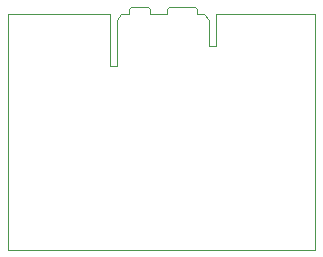
<source format=gbr>
G04 #@! TF.GenerationSoftware,KiCad,Pcbnew,(5.0.0)*
G04 #@! TF.CreationDate,2018-12-03T11:25:22+01:00*
G04 #@! TF.ProjectId,OpenThermalCamera,4F70656E546865726D616C43616D6572,rev?*
G04 #@! TF.SameCoordinates,Original*
G04 #@! TF.FileFunction,Profile,NP*
%FSLAX46Y46*%
G04 Gerber Fmt 4.6, Leading zero omitted, Abs format (unit mm)*
G04 Created by KiCad (PCBNEW (5.0.0)) date 12/03/18 11:25:22*
%MOMM*%
%LPD*%
G01*
G04 APERTURE LIST*
%ADD10C,0.100000*%
G04 APERTURE END LIST*
D10*
X44000000Y-29700000D02*
X44600000Y-29700000D01*
X44000000Y-27500000D02*
X44000000Y-29700000D01*
X43600000Y-27000000D02*
X44000000Y-27500000D01*
X43000000Y-27000000D02*
X43600000Y-27000000D01*
X43000000Y-26600000D02*
X43000000Y-27000000D01*
X42800000Y-26400000D02*
X43000000Y-26600000D01*
X40600000Y-26400000D02*
X42800000Y-26400000D01*
X40400000Y-26600000D02*
X40600000Y-26400000D01*
X40400000Y-27000000D02*
X40400000Y-26600000D01*
X39000000Y-27000000D02*
X40400000Y-27000000D01*
X39000000Y-26600000D02*
X39000000Y-27000000D01*
X38800000Y-26400000D02*
X39000000Y-26600000D01*
X37400000Y-26400000D02*
X38800000Y-26400000D01*
X37200000Y-26600000D02*
X37400000Y-26400000D01*
X37200000Y-27000000D02*
X37200000Y-26600000D01*
X36500000Y-27000000D02*
X37200000Y-27000000D01*
X36200000Y-27500000D02*
X36500000Y-27000000D01*
X36200000Y-31400000D02*
X36200000Y-27500000D01*
X35600000Y-31400000D02*
X36200000Y-31400000D01*
X44600000Y-27000000D02*
X44600000Y-29700000D01*
X35600000Y-31400000D02*
X35600000Y-27000000D01*
X44600000Y-27000000D02*
X53000000Y-27000000D01*
X35600000Y-27000000D02*
X27000000Y-27000000D01*
X53000000Y-47000000D02*
X53000000Y-27000000D01*
X27000000Y-47000000D02*
X53000000Y-47000000D01*
X27000000Y-27000000D02*
X27000000Y-47000000D01*
M02*

</source>
